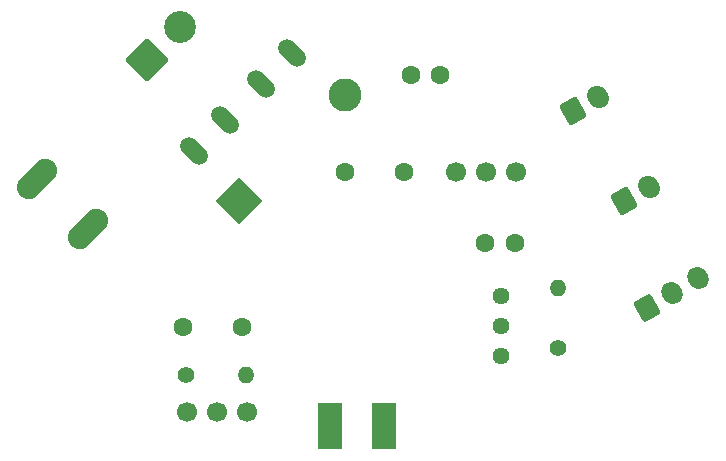
<source format=gbr>
%TF.GenerationSoftware,KiCad,Pcbnew,(6.0.11)*%
%TF.CreationDate,2023-09-02T14:35:37+09:00*%
%TF.ProjectId,psu_board,7073755f-626f-4617-9264-2e6b69636164,rev?*%
%TF.SameCoordinates,Original*%
%TF.FileFunction,Soldermask,Bot*%
%TF.FilePolarity,Negative*%
%FSLAX46Y46*%
G04 Gerber Fmt 4.6, Leading zero omitted, Abs format (unit mm)*
G04 Created by KiCad (PCBNEW (6.0.11)) date 2023-09-02 14:35:37*
%MOMM*%
%LPD*%
G01*
G04 APERTURE LIST*
G04 Aperture macros list*
%AMRoundRect*
0 Rectangle with rounded corners*
0 $1 Rounding radius*
0 $2 $3 $4 $5 $6 $7 $8 $9 X,Y pos of 4 corners*
0 Add a 4 corners polygon primitive as box body*
4,1,4,$2,$3,$4,$5,$6,$7,$8,$9,$2,$3,0*
0 Add four circle primitives for the rounded corners*
1,1,$1+$1,$2,$3*
1,1,$1+$1,$4,$5*
1,1,$1+$1,$6,$7*
1,1,$1+$1,$8,$9*
0 Add four rect primitives between the rounded corners*
20,1,$1+$1,$2,$3,$4,$5,0*
20,1,$1+$1,$4,$5,$6,$7,0*
20,1,$1+$1,$6,$7,$8,$9,0*
20,1,$1+$1,$8,$9,$2,$3,0*%
%AMHorizOval*
0 Thick line with rounded ends*
0 $1 width*
0 $2 $3 position (X,Y) of the first rounded end (center of the circle)*
0 $4 $5 position (X,Y) of the second rounded end (center of the circle)*
0 Add line between two ends*
20,1,$1,$2,$3,$4,$5,0*
0 Add two circle primitives to create the rounded ends*
1,1,$1,$2,$3*
1,1,$1,$4,$5*%
%AMRotRect*
0 Rectangle, with rotation*
0 The origin of the aperture is its center*
0 $1 length*
0 $2 width*
0 $3 Rotation angle, in degrees counterclockwise*
0 Add horizontal line*
21,1,$1,$2,0,0,$3*%
G04 Aperture macros list end*
%ADD10R,2.000000X4.000000*%
%ADD11C,1.600000*%
%ADD12C,1.700000*%
%ADD13RoundRect,0.250000X-0.157115X-0.927868X0.882115X-0.327868X0.157115X0.927868X-0.882115X0.327868X0*%
%ADD14HorizOval,1.700000X-0.062500X0.108253X0.062500X-0.108253X0*%
%ADD15RoundRect,0.250000X-0.144615X-0.949519X0.894615X-0.349519X0.144615X0.949519X-0.894615X0.349519X0*%
%ADD16HorizOval,1.700000X-0.075000X0.129904X0.075000X-0.129904X0*%
%ADD17HorizOval,2.000000X0.707107X0.707107X-0.707107X-0.707107X0*%
%ADD18RotRect,2.800000X2.800000X45.000000*%
%ADD19HorizOval,2.800000X0.000000X0.000000X0.000000X0.000000X0*%
%ADD20C,1.440000*%
%ADD21C,1.400000*%
%ADD22O,1.400000X1.400000*%
%ADD23HorizOval,1.500000X-0.424264X0.424264X0.424264X-0.424264X0*%
%ADD24RoundRect,0.250001X0.000000X-1.555634X1.555634X0.000000X0.000000X1.555634X-1.555634X0.000000X0*%
%ADD25C,2.700000*%
G04 APERTURE END LIST*
D10*
%TO.C,MES1*%
X61384000Y-114469000D03*
X65956000Y-114469000D03*
%TD*%
D11*
%TO.C,C4*%
X67700000Y-92890000D03*
X62700000Y-92890000D03*
%TD*%
D12*
%TO.C,SW1*%
X49300000Y-113290000D03*
X54380000Y-113290000D03*
X51840000Y-113290000D03*
%TD*%
D11*
%TO.C,C3*%
X70770000Y-84720000D03*
X68270000Y-84720000D03*
%TD*%
D13*
%TO.C,J3*%
X88250437Y-104427337D03*
D14*
X90415501Y-103177337D03*
X92580564Y-101927337D03*
%TD*%
D15*
%TO.C,J2*%
X86284969Y-95420337D03*
D16*
X88450033Y-94170337D03*
%TD*%
D17*
%TO.C,SW2*%
X40894000Y-97790000D03*
X36651359Y-93547359D03*
%TD*%
D18*
%TO.C,D1*%
X53749872Y-95400129D03*
D19*
X62730128Y-86419873D03*
%TD*%
D20*
%TO.C,RV1*%
X75900000Y-103440000D03*
X75900000Y-105980000D03*
X75900000Y-108520000D03*
%TD*%
D21*
%TO.C,R1*%
X49250000Y-110150000D03*
D22*
X54330000Y-110150000D03*
%TD*%
D12*
%TO.C,U2*%
X72100000Y-92890000D03*
X77180000Y-92890000D03*
X74640000Y-92890000D03*
%TD*%
D11*
%TO.C,C2*%
X74560000Y-98980000D03*
X77060000Y-98980000D03*
%TD*%
D23*
%TO.C,F1*%
X55600279Y-85469720D03*
X58216574Y-82853425D03*
X52559720Y-88510279D03*
X49943425Y-91126574D03*
%TD*%
D24*
%TO.C,BT1*%
X45901020Y-83451163D03*
D25*
X48701163Y-80651020D03*
%TD*%
D11*
%TO.C,C1*%
X53935000Y-106045000D03*
X48935000Y-106045000D03*
%TD*%
D21*
%TO.C,R2*%
X80740000Y-107850000D03*
D22*
X80740000Y-102770000D03*
%TD*%
D15*
%TO.C,J1*%
X81966969Y-87800337D03*
D16*
X84132033Y-86550337D03*
%TD*%
M02*

</source>
